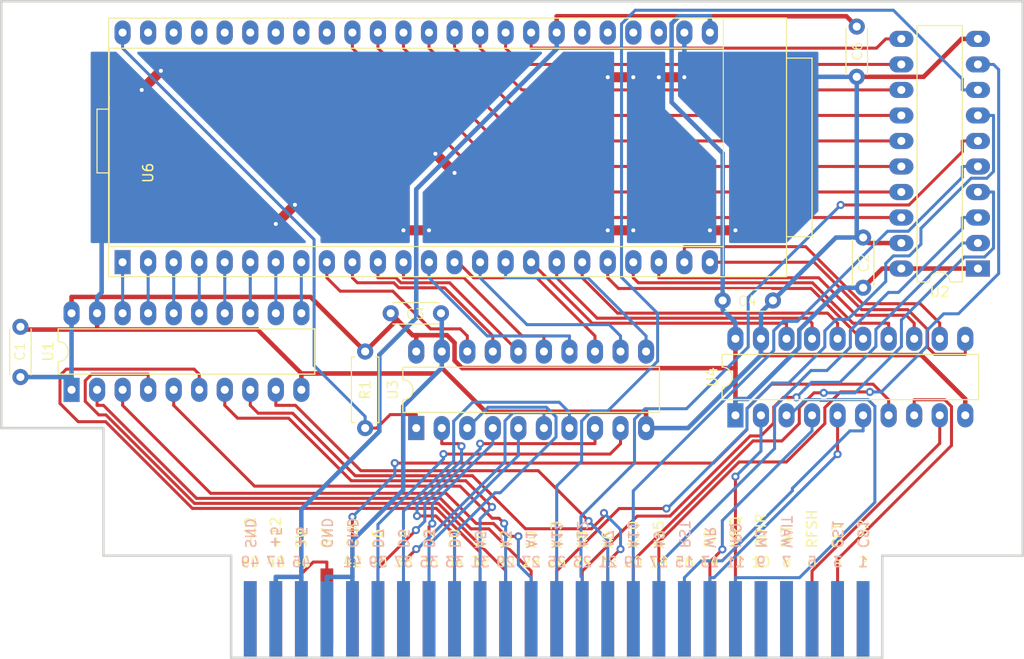
<source format=kicad_pcb>
(kicad_pcb (version 20211014) (generator pcbnew)
  (title_block (title "MSX-IDE 2021") (date "2021-08-05") (company "MSXmakers"))
  (layers (0 "F.Cu" signal "Top") (31 "B.Cu" signal "Bottom") (34 "B.Paste" user) (35 "F.Paste" user) (36 "B.SilkS" user "B.Silkscreen") (37 "F.SilkS" user "F.Silkscreen") (38 "B.Mask" user) (39 "F.Mask" user) (44 "Edge.Cuts" user))
  (net 0 "")
  (net 1 "+3.3V")
  (net 2 "GND")
  (net 3 "+5V")
  (net 4 "Net-(CON1-Pad44)")
  (net 7 "A0")
  (net 11 "MERQ")
  (net 12 "IORQ")
  (net 13 "RD")
  (net 14 "WR")
  (net 15 "RESET")
  (net 16 "CLOCK")
  (net 17 "D0")
  (net 18 "D1")
  (net 19 "D2")
  (net 20 "D3")
  (net 21 "D4")
  (net 22 "D5")
  (net 23 "D6")
  (net 24 "D7")
  (net 25 "A1")
  (net 26 "A2")
  (net 27 "A3")
  (net 28 "A4")
  (net 29 "A5")
  (net 30 "A6")
  (net 31 "A7")
  (net 32 "A9")
  (net 33 "A15")
  (net 34 "A11")
  (net 35 "A10")
  (net 36 "A12")
  (net 37 "A8")
  (net 38 "A14")
  (net 39 "A13")
  (net 40 "DATADIR_33")
  (net 41 "M1")
  (net 42 "RFSH")
  (net 43 "CS1")
  (net 44 "CS2")
  (net 45 "CS12")
  (net 46 "SLTSL")
  (net 47 "WAIT")
  (net 48 "INT")
  (net 49 "BUSDIR")
  (net 50 "A7_33")
  (net 51 "A6_33")
  (net 52 "A5_33")
  (net 53 "A4_33")
  (net 54 "A3_33")
  (net 55 "A2_33")
  (net 56 "A1_33")
  (net 57 "A0_33")
  (net 58 "A15_33")
  (net 59 "A14_33")
  (net 60 "A13_33")
  (net 61 "A12_33")
  (net 62 "A11_33")
  (net 63 "A10_33")
  (net 64 "A9_33")
  (net 65 "A8_33")
  (net 66 "RFSH_33")
  (net 67 "SLTSL_33")
  (net 68 "CLOCK_33")
  (net 69 "RESET_33")
  (net 70 "WR_33")
  (net 71 "RD_33")
  (net 72 "IORQ_33")
  (net 73 "MERQ_33")
  (net 86 "D7_33")
  (net 87 "D6_33")
  (net 88 "D5_33")
  (net 89 "D4_33")
  (net 90 "D3_33")
  (net 91 "D2_33")
  (net 92 "D1_33")
  (net 93 "D0_33")
  (footprint "Mis_huellas:C_Disc_D4.3mm_W1.9mm_P5.00mm" (layer "F.Cu") (at 141.605 80.685 -90)
    (fp_text reference "C6")
    (fp_text value "100n" hide)
  )
  (footprint "Mis_huellas:C_Disc_D4.3mm_W1.9mm_P5.00mm" (layer "F.Cu") (at 95.25 109.22)
    (fp_text reference "C3")
    (fp_text value "100n" hide)
  )
  (footprint "Mis_huellas:C_Disc_D4.3mm_W1.9mm_P5.00mm" (layer "F.Cu") (at 58.42 115.57 90)
    (fp_text reference "C1")
    (fp_text value "100n" hide)
  )
  (footprint "Package_DIP:DIP-20_W7.62mm_LongPads" (layer "F.Cu") (at 63.505 116.84 90)
    (fp_text reference "U1")
    (fp_text value "SN74LVC245AN")
  )
  (footprint "Mis_huellas:CARTRIDGE_MSX" (layer "F.Cu") (at 111.76 139.065)
    (fp_text reference "CON1" hide)
    (fp_text value "MSX-CONNECTOR" hide)
    (fp_line (start -45.085 -5.715) (end -45.085 -18.415) (layer "Edge.Cuts") (width 0.254))
    (fp_line (start -32.385 4.445) (end -32.385 -5.715) (layer "Edge.Cuts") (width 0.254))
    (fp_line (start 46.355 -60.9) (end 46.355 -5.715) (layer "Edge.Cuts") (width 0.254))
    (fp_line (start 32.385 4.445) (end -32.385 4.445) (layer "Edge.Cuts") (width 0.254))
    (fp_line (start 32.385 -5.715) (end 32.385 4.445) (layer "Edge.Cuts") (width 0.254))
    (fp_line (start -32.385 -5.715) (end -45.085 -5.715) (layer "Edge.Cuts") (width 0.254))
    (fp_line (start -45.085 -18.415) (end -55.245 -18.415) (layer "Edge.Cuts") (width 0.254))
    (fp_line (start -55.24 -60.9) (end 46.35 -60.9) (layer "Edge.Cuts") (width 0.254))
    (fp_line (start 46.355 -5.715) (end 32.385 -5.715) (layer "Edge.Cuts") (width 0.254))
    (fp_line (start -55.245 -18.415) (end -55.245 -60.9) (layer "Edge.Cuts") (width 0.254))
  )
  (footprint "Mis_huellas:Tang_Nano_9k" (layer "F.Cu") (at 68.58 104.14 90)
    (fp_text reference "U6")
    (fp_text value "Tang_Nano_9k")
  )
  (footprint "Package_DIP:DIP-20_W7.62mm_LongPads" (layer "F.Cu") (at 129.54 119.38 90)
    (fp_text reference "U4")
    (fp_text value "SN74LVC245AN")
  )
  (footprint "Mis_huellas:C_Disc_D4.3mm_W1.9mm_P5.00mm" (layer "F.Cu") (at 142.24 106.68 90)
    (fp_text reference "C2")
    (fp_text value "100n" hide)
  )
  (footprint "Resistor_THT:R_Axial_DIN0207_L6.3mm_D2.5mm_P7.62mm_Horizontal" (layer "F.Cu") (at 92.71 113.03 -90)
    (fp_text reference "R1")
    (fp_text value "10k")
  )
  (footprint "Mis_huellas:C_Disc_D4.3mm_W1.9mm_P5.00mm" (layer "F.Cu") (at 128.27 107.95)
    (fp_text reference "C4")
    (fp_text value "100n" hide)
  )
  (footprint "Package_DIP:DIP-20_W7.62mm_LongPads" (layer "F.Cu") (at 97.79 120.65 90)
    (fp_text reference "U3")
    (fp_text value "SN74LVC245AN")
  )
  (footprint "Package_DIP:DIP-20_W7.62mm_LongPads" (layer "F.Cu") (at 153.66 104.77 180)
    (fp_text reference "U2")
    (fp_text value "SN74LVC245AN")
  )
  (gr_text "1" (at 142.24 133.985) (layer "B.SilkS") (effects (font (size 1 1)) (justify mirror)))
  (gr_text "M1" (at 132.08 132.715 -90) (layer "B.SilkS") (effects (font (size 1 1)) (justify left mirror)))
  (gr_text "A5" (at 104.14 132.715 -90) (layer "B.SilkS") (effects (font (size 1 1)) (justify left mirror)))
  (gr_text "23" (at 114.3 133.985) (layer "B.SilkS") (effects (font (size 1 1)) (justify mirror)))
  (gr_text "D3" (at 99.06 132.715 -90) (layer "B.SilkS") (effects (font (size 1 1)) (justify left mirror)))
  (gr_text "+5" (at 83.82 132.715 -90) (layer "B.SilkS") (effects (font (size 1 1)) (justify left mirror)))
  (gr_text "9" (at 132.08 133.985) (layer "B.SilkS") (effects (font (size 1 1)) (justify mirror)))
  (gr_text "D5" (at 96.52 132.715 -90) (layer "B.SilkS") (effects (font (size 1 1)) (justify left mirror)))
  (gr_text "5" (at 137.16 133.985) (layer "B.SilkS") (effects (font (size 1 1)) (justify mirror)))
  (gr_text "SND" (at 81.28 132.715 -90) (layer "B.SilkS") (effects (font (size 1 1)) (justify left mirror)))
  (gr_text "A9" (at 121.92 132.715 -90) (layer "B.SilkS") (effects (font (size 1 1)) (justify left mirror)))
  (gr_text "RST" (at 124.46 132.715 -90) (layer "B.SilkS") (effects (font (size 1 1)) (justify left mirror)))
  (gr_text "CS12" (at 139.7 132.715 -90) (layer "B.SilkS") (effects (font (size 1 1)) (justify left mirror)))
  (gr_text "D1" (at 101.6 132.715 -90) (layer "B.SilkS") (effects (font (size 1 1)) (justify left mirror)))
  (gr_text "21" (at 116.84 133.985) (layer "B.SilkS") (effects (font (size 1 1)) (justify mirror)))
  (gr_text "41" (at 91.44 133.985) (layer "B.SilkS") (effects (font (size 1 1)) (justify mirror)))
  (gr_text "39" (at 93.98 133.985) (layer "B.SilkS") (effects (font (size 1 1)) (justify mirror)))
  (gr_text "WR" (at 127 132.715 -90) (layer "B.SilkS") (effects (font (size 1 1)) (justify left mirror)))
  (gr_text "3" (at 139.7 133.985) (layer "B.SilkS") (effects (font (size 1 1)) (justify mirror)))
  (gr_text "15" (at 124.46 133.985) (layer "B.SilkS") (effects (font (size 1 1)) (justify mirror)))
  (gr_text "25" (at 111.76 133.985) (layer "B.SilkS") (effects (font (size 1 1)) (justify mirror)))
  (gr_text "A3" (at 106.68 132.715 -90) (layer "B.SilkS") (effects (font (size 1 1)) (justify left mirror)))
  (gr_text "13" (at 127 133.985) (layer "B.SilkS") (effects (font (size 1 1)) (justify mirror)))
  (gr_text "GND" (at 88.9 132.715 -90) (layer "B.SilkS") (effects (font (size 1 1)) (justify left mirror)))
  (gr_text "CS1" (at 142.24 132.715 -90) (layer "B.SilkS") (effects (font (size 1 1)) (justify left mirror)))
  (gr_text "A7" (at 116.84 132.715 -90) (layer "B.SilkS") (effects (font (size 1 1)) (justify left mirror)))
  (gr_text "45" (at 86.36 133.985) (layer "B.SilkS") (effects (font (size 1 1)) (justify mirror)))
  (gr_text "7" (at 134.62 133.985) (layer "B.SilkS") (effects (font (size 1 1)) (justify mirror)))
  (gr_text "IRQ" (at 129.54 132.715 -90) (layer "B.SilkS") (effects (font (size 1 1)) (justify left mirror)))
  (gr_text "31" (at 104.14 133.985) (layer "B.SilkS") (effects (font (size 1 1)) (justify mirror)))
  (gr_text "A14" (at 111.76 132.715 -90) (layer "B.SilkS") (effects (font (size 1 1)) (justify left mirror)))
  (gr_text "A12" (at 114.3 132.715 -90) (layer "B.SilkS") (effects (font (size 1 1)) (justify left mirror)))
  (gr_text "A1" (at 109.22 132.715 -90) (layer "B.SilkS") (effects (font (size 1 1)) (justify left mirror)))
  (gr_text "GND" (at 91.44 132.715 -90) (layer "B.SilkS") (effects (font (size 1 1)) (justify left mirror)))
  (gr_text "33" (at 101.6 133.985) (layer "B.SilkS") (effects (font (size 1 1)) (justify mirror)))
  (gr_text "35" (at 99.06 133.985) (layer "B.SilkS") (effects (font (size 1 1)) (justify mirror)))
  (gr_text "37" (at 96.52 133.985) (layer "B.SilkS") (effects (font (size 1 1)) (justify mirror)))
  (gr_text "A11" (at 119.38 132.715 -90) (layer "B.SilkS") (effects (font (size 1 1)) (justify left mirror)))
  (gr_text "WAIT" (at 134.62 132.715 -90) (layer "B.SilkS") (effects (font (size 1 1)) (justify left mirror)))
  (gr_text "11" (at 129.54 133.985) (layer "B.SilkS") (effects (font (size 1 1)) (justify mirror)))
  (gr_text "47" (at 83.82 133.985) (layer "B.SilkS") (effects (font (size 1 1)) (justify mirror)))
  (gr_text "17" (at 121.92 133.985) (layer "B.SilkS") (effects (font (size 1 1)) (justify mirror)))
  (gr_text "19" (at 119.38 133.985) (layer "B.SilkS") (effects (font (size 1 1)) (justify mirror)))
  (gr_text "+5" (at 86.36 132.715 -90) (layer "B.SilkS") (effects (font (size 1 1)) (justify left mirror)))
  (gr_text "49" (at 81.28 133.985) (layer "B.SilkS") (effects (font (size 1 1)) (justify mirror)))
  (gr_text "27" (at 109.22 133.985) (layer "B.SilkS") (effects (font (size 1 1)) (justify mirror)))
  (gr_text "29" (at 106.68 133.985) (layer "B.SilkS") (effects (font (size 1 1)) (justify mirror)))
  (gr_text "D7" (at 93.98 132.715 -90) (layer "B.SilkS") (effects (font (size 1 1)) (justify left mirror)))
  (gr_text "20" (at 119.38 133.985) (layer "F.SilkS") (effects (font (size 1 1))))
  (gr_text "+12" (at 83.82 132.715 90) (layer "F.SilkS") (effects (font (size 1 1)) (justify left)))
  (gr_text "12" (at 129.54 133.985) (layer "F.SilkS") (effects (font (size 1 1))))
  (gr_text "14" (at 127 133.985) (layer "F.SilkS") (effects (font (size 1 1))))
  (gr_text "42" (at 91.44 133.985) (layer "F.SilkS") (effects (font (size 1 1))))
  (gr_text "SW" (at 86.36 132.715 90) (layer "F.SilkS") (effects (font (size 1 1)) (justify left)))
  (gr_text "22" (at 116.84 133.985) (layer "F.SilkS") (effects (font (size 1 1))))
  (gr_text "A8" (at 114.3 132.715 90) (layer "F.SilkS") (effects (font (size 1 1)) (justify left)))
  (gr_text "A15" (at 121.92 132.715 90) (layer "F.SilkS") (effects (font (size 1 1)) (justify left)))
  (gr_text "-12" (at 81.28 132.715 90) (layer "F.SilkS") (effects (font (size 1 1)) (justify left)))
  (gr_text "38" (at 96.52 133.985) (layer "F.SilkS") (effects (font (size 1 1))))
  (gr_text "CS2" (at 142.24 132.715 90) (layer "F.SilkS") (effects (font (size 1 1)) (justify left)))
  (gr_text "30" (at 106.68 133.985) (layer "F.SilkS") (effects (font (size 1 1))))
  (gr_text "D4" (at 96.52 132.715 90) (layer "F.SilkS") (effects (font (size 1 1)) (justify left)))
  (gr_text "CLK" (at 91.44 132.715 90) (layer "F.SilkS") (effects (font (size 1 1)) (justify left)))
  (gr_text "A10" (at 119.38 132.715 90) (layer "F.SilkS") (effects (font (size 1 1)) (justify left)))
  (gr_text "24" (at 114.3 133.985) (layer "F.SilkS") (effects (font (size 1 1))))
  (gr_text "48" (at 83.82 133.985) (layer "F.SilkS") (effects (font (size 1 1))))
  (gr_text "46" (at 86.36 133.985) (layer "F.SilkS") (effects (font (size 1 1))))
  (gr_text "8" (at 134.62 133.985) (layer "F.SilkS") (effects (font (size 1 1))))
  (gr_text "34" (at 101.6 133.985) (layer "F.SilkS") (effects (font (size 1 1))))
  (gr_text "BDIR" (at 132.08 132.715 90) (layer "F.SilkS") (effects (font (size 1 1)) (justify left)))
  (gr_text "28" (at 109.22 133.985) (layer "F.SilkS") (effects (font (size 1 1))))
  (gr_text "50" (at 81.28 133.985) (layer "F.SilkS") (effects (font (size 1 1))))
  (gr_text "36" (at 99.06 133.985) (layer "F.SilkS") (effects (font (size 1 1))))
  (gr_text "D2" (at 99.06 132.715 90) (layer "F.SilkS") (effects (font (size 1 1)) (justify left)))
  (gr_text "A13" (at 111.76 132.715 90) (layer "F.SilkS") (effects (font (size 1 1)) (justify left)))
  (gr_text "A0" (at 109.22 132.715 90) (layer "F.SilkS") (effects (font (size 1 1)) (justify left)))
  (gr_text "A6" (at 116.84 132.715 90) (layer "F.SilkS") (effects (font (size 1 1)) (justify left)))
  (gr_text "18" (at 121.92 133.985) (layer "F.SilkS") (effects (font (size 1 1))))
  (gr_text "2" (at 142.24 133.985) (layer "F.SilkS") (effects (font (size 1 1))))
  (gr_text "RD" (at 127 132.715 90) (layer "F.SilkS") (effects (font (size 1 1)) (justify left)))
  (gr_text "26" (at 111.76 133.985) (layer "F.SilkS") (effects (font (size 1 1))))
  (gr_text "4" (at 139.7 133.985) (layer "F.SilkS") (effects (font (size 1 1))))
  (gr_text "40" (at 93.98 133.985) (layer "F.SilkS") (effects (font (size 1 1))))
  (gr_text "INT" (at 134.62 132.715 90) (layer "F.SilkS") (effects (font (size 1 1)) (justify left)))
  (gr_text "32" (at 104.14 133.985) (layer "F.SilkS") (effects (font (size 1 1))))
  (gr_text "SW" (at 88.9 132.715 90) (layer "F.SilkS") (effects (font (size 1 1)) (justify left)))
  (gr_text "D6" (at 93.98 132.715 90) (layer "F.SilkS") (effects (font (size 1 1)) (justify left)))
  (gr_text "RFSH" (at 137.16 132.715 90) (layer "F.SilkS") (effects (font (size 1 1)) (justify left)))
  (gr_text "6" (at 137.16 133.985) (layer "F.SilkS") (effects (font (size 1 1))))
  (gr_text "A4" (at 104.14 132.715 90) (layer "F.SilkS") (effects (font (size 1 1)) (justify left)))
  (gr_text "A2" (at 106.68 132.715 90) (layer "F.SilkS") (effects (font (size 1 1)) (justify left)))
  (gr_text "16" (at 124.46 133.985) (layer "F.SilkS") (effects (font (size 1 1))))
  (gr_text "SLTSL" (at 139.7 132.715 90) (layer "F.SilkS") (effects (font (size 1 1)) (justify left)))
  (gr_text "10" (at 132.08 133.985) (layer "F.SilkS") (effects (font (size 1 1))))
  (gr_text "D0" (at 101.6 132.715 90) (layer "F.SilkS") (effects (font (size 1 1)) (justify left)))
  (gr_text "MRQ" (at 129.54 132.715 90) (layer "F.SilkS") (effects (font (size 1 1)) (justify left)))
  (segment (start 102.358 114.685) (end 101.6 113.927) (width 0.45) (layer "F.Cu") (net 1))
  (segment (start 95.885 109.855) (end 92.71 113.03) (width 0.45) (layer "F.Cu") (net 1))
  (segment (start 97.79 113.03) (end 97.79 111.405) (width 0.45) (layer "F.Cu") (net 1))
  (segment (start 101.6 112.154) (end 100.851 111.405) (width 0.45) (layer "F.Cu") (net 1))
  (segment (start 97.79 111.405) (end 97.4349 111.405) (width 0.45) (layer "F.Cu") (net 1))
  (segment (start 144.15 104.77) (end 142.24 106.68) (width 0.45) (layer "F.Cu") (net 1))
  (segment (start 87.2749 107.595) (end 63.505 107.595) (width 0.45) (layer "F.Cu") (net 1))
  (segment (start 129.54 114.685) (end 129.54 111.76) (width 0.45) (layer "F.Cu") (net 1))
  (segment (start 146.04 104.77) (end 144.15 104.77) (width 0.45) (layer "F.Cu") (net 1))
  (segment (start 101.6 113.927) (end 101.6 112.154) (width 0.45) (layer "F.Cu") (net 1))
  (segment (start 95.885 109.855) (end 95.25 109.22) (width 0.45) (layer "F.Cu") (net 1))
  (segment (start 63.505 107.595) (end 63.505 109.22) (width 0.45) (layer "F.Cu") (net 1))
  (segment (start 153.66 104.77) (end 146.04 104.77) (width 0.45) (layer "F.Cu") (net 1))
  (segment (start 97.4349 111.405) (end 95.885 109.855) (width 0.45) (layer "F.Cu") (net 1))
  (segment (start 100.851 111.405) (end 97.79 111.405) (width 0.45) (layer "F.Cu") (net 1))
  (segment (start 92.71 113.03) (end 87.2749 107.595) (width 0.45) (layer "F.Cu") (net 1))
  (segment (start 129.54 114.685) (end 102.358 114.685) (width 0.45) (layer "F.Cu") (net 1))
  (segment (start 129.54 119.38) (end 129.54 114.685) (width 0.45) (layer "F.Cu") (net 1))
  (segment (start 129.54 111.76) (end 129.54 110.135) (width 0.45) (layer "B.Cu") (net 1))
  (segment (start 130.765 117.755) (end 129.54 117.755) (width 0.45) (layer "B.Cu") (net 1))
  (segment (start 142.24 106.68) (end 140.083 106.68) (width 0.45) (layer "B.Cu") (net 1))
  (segment (start 63.505 109.22) (end 63.505 115.57) (width 0.45) (layer "B.Cu") (net 1))
  (segment (start 123.918 79.6549) (end 127 79.6549) (width 0.45) (layer "B.Cu") (net 1))
  (segment (start 128.27 108.865) (end 128.27 107.95) (width 0.45) (layer "B.Cu") (net 1))
  (segment (start 129.54 117.755) (end 129.54 119.38) (width 0.45) (layer "B.Cu") (net 1))
  (segment (start 129.54 110.135) (end 128.27 108.865) (width 0.45) (layer "B.Cu") (net 1))
  (segment (start 128.27 93.2965) (end 123.19 88.2165) (width 0.45) (layer "B.Cu") (net 1))
  (segment (start 63.505 115.57) (end 58.42 115.57) (width 0.45) (layer "B.Cu") (net 1))
  (segment (start 135.89 110.873) (end 135.89 112.63) (width 0.45) (layer "B.Cu") (net 1))
  (segment (start 127 79.6549) (end 127 81.28) (width 0.45) (layer "B.Cu") (net 1))
  (segment (start 128.27 107.95) (end 128.27 93.2965) (width 0.45) (layer "B.Cu") (net 1))
  (segment (start 123.19 88.2165) (end 123.19 80.3833) (width 0.45) (layer "B.Cu") (net 1))
  (segment (start 63.505 115.57) (end 63.505 116.84) (width 0.45) (layer "B.Cu") (net 1))
  (segment (start 123.19 80.3833) (end 123.918 79.6549) (width 0.45) (layer "B.Cu") (net 1))
  (segment (start 140.083 106.68) (end 135.89 110.873) (width 0.45) (layer "B.Cu") (net 1))
  (segment (start 135.89 112.63) (end 130.765 117.755) (width 0.45) (layer "B.Cu") (net 1))
  (segment (start 96.52 100.965) (end 99.06 100.965) (width 1) (layer "F.Cu") (net 2))
  (segment (start 121.92 85.725) (end 124.46 85.725) (width 1) (layer "F.Cu") (net 2))
  (segment (start 142.79 102.23) (end 142.24 101.68) (width 0.45) (layer "F.Cu") (net 2))
  (segment (start 100.33 114.655) (end 99.7702 115.215) (width 0.45) (layer "F.Cu") (net 2))
  (segment (start 81.9953 110.845) (end 86.365 115.215) (width 0.45) (layer "F.Cu") (net 2))
  (segment (start 99.695 93.345) (end 101.6 95.25) (width 1) (layer "F.Cu") (net 2))
  (segment (start 86.365 116.84) (end 86.365 115.215) (width 0.45) (layer "F.Cu") (net 2))
  (segment (start 66.045 109.22) (end 66.045 110.845) (width 0.45) (layer "F.Cu") (net 2))
  (segment (start 120.65 119.025) (end 104.7 119.025) (width 0.45) (layer "F.Cu") (net 2))
  (segment (start 119.38 85.725) (end 116.84 85.725) (width 1) (layer "F.Cu") (net 2))
  (segment (start 152.4 119.38) (end 152.4 117.755) (width 0.45) (layer "F.Cu") (net 2))
  (segment (start 127 100.965) (end 129.54 100.965) (width 1) (layer "F.Cu") (net 2))
  (segment (start 116.84 100.965) (end 119.38 100.965) (width 1) (layer "F.Cu") (net 2))
  (segment (start 83.82 100.33) (end 85.725 98.425) (width 1) (layer "F.Cu") (net 2))
  (segment (start 70.485 86.995) (end 72.39 85.09) (width 1) (layer "F.Cu") (net 2))
  (segment (start 148.26 85.685) (end 152.035 81.91) (width 0.45) (layer "F.Cu") (net 2))
  (segment (start 58.6951 110.845) (end 58.42 110.57) (width 0.45) (layer "F.Cu") (net 2))
  (segment (start 152.4 117.755) (end 148.03 113.385) (width 0.45) (layer "F.Cu") (net 2))
  (segment (start 99.7702 115.215) (end 86.365 115.215) (width 0.45) (layer "F.Cu") (net 2))
  (segment (start 66.045 110.845) (end 58.6951 110.845) (width 0.45) (layer "F.Cu") (net 2))
  (segment (start 132.08 113.385) (end 132.08 111.76) (width 0.45) (layer "F.Cu") (net 2))
  (segment (start 152.035 81.91) (end 153.66 81.91) (width 0.45) (layer "F.Cu") (net 2))
  (segment (start 104.7 119.025) (end 100.33 114.655) (width 0.45) (layer "F.Cu") (net 2))
  (segment (start 146.04 102.23) (end 142.79 102.23) (width 0.45) (layer "F.Cu") (net 2))
  (segment (start 120.65 120.65) (end 120.65 119.025) (width 0.45) (layer "F.Cu") (net 2))
  (segment (start 148.03 113.385) (end 132.08 113.385) (width 0.45) (layer "F.Cu") (net 2))
  (segment (start 141.605 85.685) (end 148.26 85.685) (width 0.45) (layer "F.Cu") (net 2))
  (segment (start 66.045 110.845) (end 81.9953 110.845) (width 0.45) (layer "F.Cu") (net 2))
  (segment (start 100.33 113.03) (end 100.33 114.655) (width 0.45) (layer "F.Cu") (net 2))
  (via (at 99.06 100.965) (size 0.8) (drill 0.4) (layers "F.Cu" "B.Cu") (net 2))
  (via (at 119.38 100.965) (size 0.8) (drill 0.4) (layers "F.Cu" "B.Cu") (net 2))
  (via (at 85.725 98.425) (size 0.8) (drill 0.4) (layers "F.Cu" "B.Cu") (net 2))
  (via (at 116.84 85.725) (size 0.8) (drill 0.4) (layers "F.Cu" "B.Cu") (net 2))
  (via (at 99.695 93.345) (size 0.8) (drill 0.4) (layers "F.Cu" "B.Cu") (net 2))
  (via (at 70.485 86.995) (size 0.8) (drill 0.4) (layers "F.Cu" "B.Cu") (net 2))
  (via (at 96.52 100.965) (size 0.8) (drill 0.4) (layers "F.Cu" "B.Cu") (net 2))
  (via (at 127 100.965) (size 0.8) (drill 0.4) (layers "F.Cu" "B.Cu") (net 2))
  (via (at 119.38 85.725) (size 0.8) (drill 0.4) (layers "F.Cu" "B.Cu") (net 2))
  (via (at 101.6 95.25) (size 0.8) (drill 0.4) (layers "F.Cu" "B.Cu") (net 2))
  (via (at 121.92 85.725) (size 0.8) (drill 0.4) (layers "F.Cu" "B.Cu") (net 2))
  (via (at 124.46 85.725) (size 0.8) (drill 0.4) (layers "F.Cu" "B.Cu") (net 2))
  (via (at 83.82 100.33) (size 0.8) (drill 0.4) (layers "F.Cu" "B.Cu") (net 2))
  (via (at 72.39 85.09) (size 0.8) (drill 0.4) (layers "F.Cu" "B.Cu") (net 2))
  (via (at 129.54 100.965) (size 0.8) (drill 0.4) (layers "F.Cu" "B.Cu") (net 2))
  (via (at 116.84 100.965) (size 0.8) (drill 0.4) (layers "F.Cu" "B.Cu") (net 2))
  (segment (start 88.9 135.465) (end 91.44 135.465) (width 0.45) (layer "B.Cu") (net 2))
  (segment (start 96.4939 126.807) (end 91.44 131.861) (width 0.45) (layer "B.Cu") (net 2))
  (segment (start 100.25 109.22) (end 100.33 109.3) (width 0.45) (layer "B.Cu") (net 2))
  (segment (start 66.045 109.22) (end 66.045 107.595) (width 0.45) (layer "B.Cu") (net 2))
  (segment (start 96.4939 118.491) (end 96.4939 126.807) (width 0.45) (layer "B.Cu") (net 2))
  (segment (start 132.08 113.385) (end 124.815 120.65) (width 0.45) (layer "B.Cu") (net 2))
  (segment (start 139.54 101.68) (end 133.27 107.95) (width 0.45) (layer "B.Cu") (net 2))
  (segment (start 133.27 107.95) (end 132.08 109.14) (width 0.45) (layer "B.Cu") (net 2))
  (segment (start 66.4998 107.14) (end 66.4998 99.9214) (width 0.45) (layer "B.Cu") (net 2))
  (segment (start 91.44 131.861) (end 91.44 135.465) (width 0.45) (layer "B.Cu") (net 2))
  (segment (start 124.46 84.9948) (end 124.46 81.28) (width 0.45) (layer "B.Cu") (net 2))
  (segment (start 141.605 101.68) (end 141.605 85.685) (width 0.45) (layer "B.Cu") (net 2))
  (segment (start 136.565 85.685) (end 136.525 85.725) (width 0.45) (layer "B.Cu") (net 2))
  (segment (start 66.045 107.595) (end 66.4998 107.14) (width 0.45) (layer "B.Cu") (net 2))
  (segment (start 100.33 113.03) (end 100.33 114.655) (width 0.45) (layer "B.Cu") (net 2))
  (segment (start 124.815 120.65) (end 120.65 120.65) (width 0.45) (layer "B.Cu") (net 2))
  (segment (start 91.44 139.7) (end 91.44 135.465) (width 0.45) (layer "B.Cu") (net 2))
  (segment (start 132.08 109.14) (end 132.08 111.76) (width 0.45) (layer "B.Cu") (net 2))
  (segment (start 132.08 111.76) (end 132.08 113.385) (width 0.45) (layer "B.Cu") (net 2))
  (segment (start 141.605 85.685) (end 136.565 85.685) (width 0.45) (layer "B.Cu") (net 2))
  (segment (start 100.33 109.3) (end 100.33 113.03) (width 0.45) (layer "B.Cu") (net 2))
  (segment (start 142.24 101.68) (end 141.605 101.68) (width 0.45) (layer "B.Cu") (net 2))
  (segment (start 141.605 101.68) (end 139.54 101.68) (width 0.45) (layer "B.Cu") (net 2))
  (segment (start 88.9 139.7) (end 88.9 135.465) (width 0.45) (layer "B.Cu") (net 2))
  (segment (start 100.33 114.655) (end 96.4939 118.491) (width 0.45) (layer "B.Cu") (net 2))
  (segment (start 111.76 79.6549) (end 140.575 79.6549) (width 0.45) (layer "F.Cu") (net 3))
  (segment (start 111.76 81.28) (end 111.76 79.6549) (width 0.45) (layer "F.Cu") (net 3))
  (segment (start 140.575 79.6549) (end 141.605 80.685) (width 0.45) (layer "F.Cu") (net 3))
  (segment (start 86.36 139.7) (end 86.36 135.465) (width 0.45) (layer "B.Cu") (net 3))
  (segment (start 83.82 135.465) (end 86.36 135.465) (width 0.45) (layer "B.Cu") (net 3))
  (segment (start 97.7901 109.683) (end 94.1211 113.352) (width 0.45) (layer "B.Cu") (net 3))
  (segment (start 111.76 82.9051) (end 97.7901 96.875) (width 0.45) (layer "B.Cu") (net 3))
  (segment (start 97.7901 96.875) (end 97.7901 109.683) (width 0.45) (layer "B.Cu") (net 3))
  (segment (start 94.1211 120.981) (end 86.36 128.742) (width 0.45) (layer "B.Cu") (net 3))
  (segment (start 83.82 139.7) (end 83.82 135.465) (width 0.45) (layer "B.Cu") (net 3))
  (segment (start 86.36 128.742) (end 86.36 135.465) (width 0.45) (layer "B.Cu") (net 3))
  (segment (start 111.76 81.28) (end 111.76 82.9051) (width 0.45) (layer "B.Cu") (net 3))
  (segment (start 94.1211 113.352) (end 94.1211 120.981) (width 0.45) (layer "B.Cu") (net 3))
  (segment (start 87.5449 133.985) (end 88.9 133.985) (width 0.3) (layer "F.Cu") (net 4))
  (segment (start 88.9 133.985) (end 88.9 138.43) (width 0.3) (layer "F.Cu") (net 4))
  (segment (start 86.36 135.17) (end 87.5449 133.985) (width 0.3) (layer "F.Cu") (net 4))
  (segment (start 86.36 139.7) (end 86.36 135.17) (width 0.3) (layer "F.Cu") (net 4))
  (segment (start 109.22 134.885) (end 105.016 130.68) (width 0.3) (layer "F.Cu") (net 7))
  (segment (start 100.192 127.646) (end 75.9398 127.646) (width 0.3) (layer "F.Cu") (net 7))
  (segment (start 75.9398 127.646) (end 66.6844 118.39) (width 0.3) (layer "F.Cu") (net 7))
  (segment (start 105.016 130.68) (end 103.227 130.68) (width 0.3) (layer "F.Cu") (net 7))
  (segment (start 103.227 130.68) (end 100.192 127.646) (width 0.3) (layer "F.Cu") (net 7))
  (segment (start 66.045 118.39) (end 66.045 116.84) (width 0.3) (layer "F.Cu") (net 7))
  (segment (start 109.22 139.7) (end 109.22 134.885) (width 0.3) (layer "F.Cu") (net 7))
  (segment (start 66.6844 118.39) (end 66.045 118.39) (width 0.3) (layer "F.Cu") (net 7))
  (segment (start 129.54 139.7) (end 129.54 125.48) (width 0.3) (layer "F.Cu") (net 11))
  (via (at 129.54 125.48) (size 0.8) (drill 0.4) (layers "F.Cu" "B.Cu") (net 11))
  (segment (start 132.08 122.94) (end 129.54 125.48) (width 0.3) (layer "B.Cu") (net 11))
  (segment (start 132.08 119.38) (end 132.08 122.94) (width 0.3) (layer "B.Cu") (net 11))
  (segment (start 135.912 135.54) (end 143.409 128.043) (width 0.3) (layer "B.Cu") (net 12))
  (segment (start 138.013 117.893) (end 137.936 117.816) (width 0.3) (layer "B.Cu") (net 12))
  (segment (start 137.936 117.816) (end 136.498 117.816) (width 0.3) (layer "B.Cu") (net 12))
  (segment (start 138.712 117.816) (end 138.635 117.893) (width 0.3) (layer "B.Cu") (net 12))
  (segment (start 129.54 139.7) (end 129.54 135.54) (width 0.3) (layer "B.Cu") (net 12))
  (segment (start 143.409 128.043) (end 143.409 118.491) (width 0.3) (layer "B.Cu") (net 12))
  (segment (start 138.635 117.893) (end 138.013 117.893) (width 0.3) (layer "B.Cu") (net 12))
  (segment (start 129.54 135.54) (end 135.912 135.54) (width 0.3) (layer "B.Cu") (net 12))
  (segment (start 136.498 117.816) (end 134.934 119.38) (width 0.3) (layer "B.Cu") (net 12))
  (segment (start 134.934 119.38) (end 134.62 119.38) (width 0.3) (layer "B.Cu") (net 12))
  (segment (start 142.734 117.816) (end 138.712 117.816) (width 0.3) (layer "B.Cu") (net 12))
  (segment (start 143.409 118.491) (end 142.734 117.816) (width 0.3) (layer "B.Cu") (net 12))
  (segment (start 128.237 132.729) (end 127 133.967) (width 0.3) (layer "F.Cu") (net 13))
  (segment (start 127 133.967) (end 127 139.7) (width 0.3) (layer "F.Cu") (net 13))
  (via (at 128.237 132.729) (size 0.8) (drill 0.4) (layers "F.Cu" "B.Cu") (net 13))
  (segment (start 137.16 120.93) (end 128.237 129.853) (width 0.3) (layer "B.Cu") (net 13))
  (segment (start 137.16 119.38) (end 137.16 120.93) (width 0.3) (layer "B.Cu") (net 13))
  (segment (start 128.237 129.853) (end 128.237 132.729) (width 0.3) (layer "B.Cu") (net 13))
  (segment (start 139.7 119.38) (end 139.7 123.252) (width 0.3) (layer "F.Cu") (net 14))
  (via (at 139.7 123.252) (size 0.8) (drill 0.4) (layers "F.Cu" "B.Cu") (net 14))
  (segment (start 127 135.54) (end 127.412 135.54) (width 0.3) (layer "B.Cu") (net 14))
  (segment (start 127 139.7) (end 127 135.54) (width 0.3) (layer "B.Cu") (net 14))
  (segment (start 127.412 135.54) (end 139.7 123.252) (width 0.3) (layer "B.Cu") (net 14))
  (segment (start 135.204 126.885) (end 128.222 133.866) (width 0.3) (layer "B.Cu") (net 15))
  (segment (start 142.24 120.93) (end 140.924 120.93) (width 0.3) (layer "B.Cu") (net 15))
  (segment (start 126.134 133.866) (end 124.46 135.54) (width 0.3) (layer "B.Cu") (net 15))
  (segment (start 140.924 120.93) (end 135.204 126.65) (width 0.3) (layer "B.Cu") (net 15))
  (segment (start 135.204 126.65) (end 135.204 126.885) (width 0.3) (layer "B.Cu") (net 15))
  (segment (start 128.222 133.866) (end 126.134 133.866) (width 0.3) (layer "B.Cu") (net 15))
  (segment (start 124.46 135.54) (end 124.46 139.7) (width 0.3) (layer "B.Cu") (net 15))
  (segment (start 142.24 119.38) (end 142.24 120.93) (width 0.3) (layer "B.Cu") (net 15))
  (segment (start 127.348 124.135) (end 95.6561 124.135) (width 0.3) (layer "F.Cu") (net 16))
  (segment (start 130.69 118.716) (end 130.69 120.793) (width 0.3) (layer "F.Cu") (net 16))
  (segment (start 144.78 117.83) (end 143.226 116.276) (width 0.3) (layer "F.Cu") (net 16))
  (segment (start 143.226 116.276) (end 133.13 116.276) (width 0.3) (layer "F.Cu") (net 16))
  (segment (start 91.44 129.491) (end 91.44 139.7) (width 0.3) (layer "F.Cu") (net 16))
  (segment (start 130.69 120.793) (end 127.348 124.135) (width 0.3) (layer "F.Cu") (net 16))
  (segment (start 144.78 119.38) (end 144.78 117.83) (width 0.3) (layer "F.Cu") (net 16))
  (segment (start 133.13 116.276) (end 130.69 118.716) (width 0.3) (layer "F.Cu") (net 16))
  (via (at 95.6561 124.135) (size 0.8) (drill 0.4) (layers "F.Cu" "B.Cu") (net 16))
  (via (at 91.44 129.491) (size 0.8) (drill 0.4) (layers "F.Cu" "B.Cu") (net 16))
  (segment (start 95.6561 125.275) (end 95.6561 124.135) (width 0.3) (layer "B.Cu") (net 16))
  (segment (start 91.44 129.491) (end 95.6561 125.275) (width 0.3) (layer "B.Cu") (net 16))
  (segment (start 100.33 122.2) (end 102.036 122.2) (width 0.3) (layer "F.Cu") (net 17))
  (segment (start 102.036 122.2) (end 102.295 122.458) (width 0.3) (layer "F.Cu") (net 17))
  (segment (start 100.33 120.65) (end 100.33 122.2) (width 0.3) (layer "F.Cu") (net 17))
  (segment (start 99.7461 129.396) (end 97.868 129.396) (width 0.3) (layer "F.Cu") (net 17))
  (segment (start 101.6 131.25) (end 99.7461 129.396) (width 0.3) (layer "F.Cu") (net 17))
  (segment (start 101.6 139.7) (end 101.6 131.25) (width 0.3) (layer "F.Cu") (net 17))
  (via (at 102.295 122.458) (size 0.8) (drill 0.4) (layers "F.Cu" "B.Cu") (net 17))
  (via (at 97.868 129.396) (size 0.8) (drill 0.4) (layers "F.Cu" "B.Cu") (net 17))
  (segment (start 102.295 122.458) (end 102.295 123.852) (width 0.3) (layer "B.Cu") (net 17))
  (segment (start 102.295 123.852) (end 97.868 128.279) (width 0.3) (layer "B.Cu") (net 17))
  (segment (start 97.868 128.279) (end 97.868 129.396) (width 0.3) (layer "B.Cu") (net 17))
  (segment (start 106.153 127.088) (end 111.696 121.544) (width 0.3) (layer "B.Cu") (net 18))
  (segment (start 101.6 131.112) (end 105.624 127.088) (width 0.3) (layer "B.Cu") (net 18))
  (segment (start 111.696 119.534) (end 110.74 118.578) (width 0.3) (layer "B.Cu") (net 18))
  (segment (start 104.942 118.578) (end 102.87 120.65) (width 0.3) (layer "B.Cu") (net 18))
  (segment (start 110.74 118.578) (end 104.942 118.578) (width 0.3) (layer "B.Cu") (net 18))
  (segment (start 111.696 121.544) (end 111.696 119.534) (width 0.3) (layer "B.Cu") (net 18))
  (segment (start 101.6 139.7) (end 101.6 131.112) (width 0.3) (layer "B.Cu") (net 18))
  (segment (start 105.624 127.088) (end 106.153 127.088) (width 0.3) (layer "B.Cu") (net 18))
  (segment (start 99.06 139.7) (end 99.06 130.482) (width 0.3) (layer "F.Cu") (net 19))
  (segment (start 99.06 130.482) (end 99.3883 130.154) (width 0.3) (layer "F.Cu") (net 19))
  (via (at 99.3883 130.154) (size 0.8) (drill 0.4) (layers "F.Cu" "B.Cu") (net 19))
  (segment (start 99.3883 128.222) (end 105.41 122.2) (width 0.3) (layer "B.Cu") (net 19))
  (segment (start 99.3883 130.154) (end 99.3883 128.222) (width 0.3) (layer "B.Cu") (net 19))
  (segment (start 105.41 122.2) (end 105.41 120.65) (width 0.3) (layer "B.Cu") (net 19))
  (segment (start 99.06 139.7) (end 99.06 132.263) (width 0.3) (layer "B.Cu") (net 20))
  (segment (start 107.95 123.373) (end 107.95 120.65) (width 0.3) (layer "B.Cu") (net 20))
  (segment (start 99.06 132.263) (end 107.95 123.373) (width 0.3) (layer "B.Cu") (net 20))
  (segment (start 96.52 133.967) (end 96.52 139.7) (width 0.3) (layer "F.Cu") (net 21))
  (segment (start 97.79 132.697) (end 96.52 133.967) (width 0.3) (layer "F.Cu") (net 21))
  (via (at 97.79 132.697) (size 0.8) (drill 0.4) (layers "F.Cu" "B.Cu") (net 21))
  (segment (start 106.619 123.991) (end 97.9129 132.697) (width 0.3) (layer "B.Cu") (net 21))
  (segment (start 97.9129 132.697) (end 97.79 132.697) (width 0.3) (layer "B.Cu") (net 21))
  (segment (start 107.44 119.1) (end 106.619 119.922) (width 0.3) (layer "B.Cu") (net 21))
  (segment (start 106.619 119.922) (end 106.619 123.991) (width 0.3) (layer "B.Cu") (net 21))
  (segment (start 110.49 119.1) (end 107.44 119.1) (width 0.3) (layer "B.Cu") (net 21))
  (segment (start 110.49 120.65) (end 110.49 119.1) (width 0.3) (layer "B.Cu") (net 21))
  (segment (start 96.52 128.92) (end 96.52 139.7) (width 0.3) (layer "B.Cu") (net 22))
  (segment (start 101.513 119.968) (end 101.513 123.927) (width 0.3) (layer "B.Cu") (net 22))
  (segment (start 112.008 118.078) (end 103.403 118.078) (width 0.3) (layer "B.Cu") (net 22))
  (segment (start 101.513 123.927) (end 96.52 128.92) (width 0.3) (layer "B.Cu") (net 22))
  (segment (start 113.03 119.1) (end 112.008 118.078) (width 0.3) (layer "B.Cu") (net 22))
  (segment (start 103.403 118.078) (end 101.513 119.968) (width 0.3) (layer "B.Cu") (net 22))
  (segment (start 113.03 120.65) (end 113.03 119.1) (width 0.3) (layer "B.Cu") (net 22))
  (segment (start 115.57 122.2) (end 104.148 122.2) (width 0.3) (layer "F.Cu") (net 23))
  (segment (start 115.57 120.65) (end 115.57 122.2) (width 0.3) (layer "F.Cu") (net 23))
  (segment (start 93.98 134.585) (end 93.98 139.7) (width 0.3) (layer "F.Cu") (net 23))
  (segment (start 97.7579 130.807) (end 93.98 134.585) (width 0.3) (layer "F.Cu") (net 23))
  (via (at 104.148 122.2) (size 0.8) (drill 0.4) (layers "F.Cu" "B.Cu") (net 23))
  (via (at 97.7579 130.807) (size 0.8) (drill 0.4) (layers "F.Cu" "B.Cu") (net 23))
  (segment (start 98.6381 128.216) (end 104.148 122.706) (width 0.3) (layer "B.Cu") (net 23))
  (segment (start 97.7579 130.807) (end 98.6381 129.927) (width 0.3) (layer "B.Cu") (net 23))
  (segment (start 104.148 122.706) (end 104.148 122.2) (width 0.3) (layer "B.Cu") (net 23))
  (segment (start 98.6381 129.927) (end 98.6381 128.216) (width 0.3) (layer "B.Cu") (net 23))
  (segment (start 117.075 123.235) (end 100.497 123.235) (width 0.3) (layer "F.Cu") (net 24))
  (segment (start 118.11 120.65) (end 118.11 122.2) (width 0.3) (layer "F.Cu") (net 24))
  (segment (start 118.11 122.2) (end 117.075 123.235) (width 0.3) (layer "F.Cu") (net 24))
  (via (at 100.497 123.235) (size 0.8) (drill 0.4) (layers "F.Cu" "B.Cu") (net 24))
  (segment (start 93.98 139.7) (end 93.98 130.243) (width 0.3) (layer "B.Cu") (net 24))
  (segment (start 100.497 123.726) (end 100.497 123.235) (width 0.3) (layer "B.Cu") (net 24))
  (segment (start 93.98 130.243) (end 100.497 123.726) (width 0.3) (layer "B.Cu") (net 24))
  (segment (start 77.3403 127.145) (end 100.753 127.145) (width 0.3) (layer "F.Cu") (net 25))
  (segment (start 100.753 127.145) (end 103.752 130.145) (width 0.3) (layer "F.Cu") (net 25))
  (segment (start 105.472 130.145) (end 106.754 131.427) (width 0.3) (layer "F.Cu") (net 25))
  (segment (start 103.752 130.145) (end 105.472 130.145) (width 0.3) (layer "F.Cu") (net 25))
  (segment (start 106.754 131.427) (end 107.95 131.427) (width 0.3) (layer "F.Cu") (net 25))
  (segment (start 68.585 118.39) (end 77.3403 127.145) (width 0.3) (layer "F.Cu") (net 25))
  (segment (start 68.585 116.84) (end 68.585 118.39) (width 0.3) (layer "F.Cu") (net 25))
  (via (at 107.95 131.427) (size 0.8) (drill 0.4) (layers "F.Cu" "B.Cu") (net 25))
  (segment (start 109.22 139.7) (end 109.22 135.54) (width 0.3) (layer "B.Cu") (net 25))
  (segment (start 107.95 134.27) (end 107.95 131.427) (width 0.3) (layer "B.Cu") (net 25))
  (segment (start 109.22 135.54) (end 107.95 134.27) (width 0.3) (layer "B.Cu") (net 25))
  (segment (start 106.68 139.7) (end 106.68 134.841) (width 0.3) (layer "F.Cu") (net 26))
  (segment (start 64.8691 115.932) (end 65.5109 115.29) (width 0.3) (layer "F.Cu") (net 26))
  (segment (start 106.68 134.841) (end 99.9849 128.146) (width 0.3) (layer "F.Cu") (net 26))
  (segment (start 65.5109 115.29) (end 71.125 115.29) (width 0.3) (layer "F.Cu") (net 26))
  (segment (start 66.2195 119.34) (end 64.8691 117.989) (width 0.3) (layer "F.Cu") (net 26))
  (segment (start 64.8691 117.989) (end 64.8691 115.932) (width 0.3) (layer "F.Cu") (net 26))
  (segment (start 75.7327 128.146) (end 66.9267 119.34) (width 0.3) (layer "F.Cu") (net 26))
  (segment (start 71.125 115.29) (end 71.125 116.84) (width 0.3) (layer "F.Cu") (net 26))
  (segment (start 99.9849 128.146) (end 75.7327 128.146) (width 0.3) (layer "F.Cu") (net 26))
  (segment (start 66.9267 119.34) (end 66.2195 119.34) (width 0.3) (layer "F.Cu") (net 26))
  (segment (start 106.015 129.627) (end 105.345 129.627) (width 0.3) (layer "F.Cu") (net 27))
  (segment (start 73.665 118.39) (end 73.665 116.84) (width 0.3) (layer "F.Cu") (net 27))
  (segment (start 102.144 126.427) (end 81.7016 126.427) (width 0.3) (layer "F.Cu") (net 27))
  (segment (start 106.532 130.145) (end 106.015 129.627) (width 0.3) (layer "F.Cu") (net 27))
  (segment (start 105.345 129.627) (end 102.144 126.427) (width 0.3) (layer "F.Cu") (net 27))
  (segment (start 81.7016 126.427) (end 73.665 118.39) (width 0.3) (layer "F.Cu") (net 27))
  (via (at 106.532 130.145) (size 0.8) (drill 0.4) (layers "F.Cu" "B.Cu") (net 27))
  (segment (start 106.68 139.7) (end 106.68 130.292) (width 0.3) (layer "B.Cu") (net 27))
  (segment (start 106.68 130.292) (end 106.532 130.145) (width 0.3) (layer "B.Cu") (net 27))
  (segment (start 75.5256 128.646) (end 99.7776 128.646) (width 0.3) (layer "F.Cu") (net 28))
  (segment (start 62.3545 115.414) (end 62.3545 118.198) (width 0.3) (layer "F.Cu") (net 28))
  (segment (start 76.205 116.84) (end 76.205 115.29) (width 0.3) (layer "F.Cu") (net 28))
  (segment (start 62.3545 118.198) (end 64.173 120.017) (width 0.3) (layer "F.Cu") (net 28))
  (segment (start 76.205 115.29) (end 75.6963 114.781) (width 0.3) (layer "F.Cu") (net 28))
  (segment (start 62.9874 114.781) (end 62.3545 115.414) (width 0.3) (layer "F.Cu") (net 28))
  (segment (start 99.7776 128.646) (end 104.14 133.008) (width 0.3) (layer "F.Cu") (net 28))
  (segment (start 75.6963 114.781) (end 62.9874 114.781) (width 0.3) (layer "F.Cu") (net 28))
  (segment (start 64.173 120.017) (end 66.8965 120.017) (width 0.3) (layer "F.Cu") (net 28))
  (segment (start 104.14 133.008) (end 104.14 139.7) (width 0.3) (layer "F.Cu") (net 28))
  (segment (start 66.8965 120.017) (end 75.5256 128.646) (width 0.3) (layer "F.Cu") (net 28))
  (segment (start 78.745 118.39) (end 78.745 116.84) (width 0.3) (layer "F.Cu") (net 29))
  (segment (start 91.3298 125.895) (end 85.0995 119.665) (width 0.3) (layer "F.Cu") (net 29))
  (segment (start 80.0197 119.665) (end 78.745 118.39) (width 0.3) (layer "F.Cu") (net 29))
  (segment (start 102.719 125.895) (end 91.3298 125.895) (width 0.3) (layer "F.Cu") (net 29))
  (segment (start 85.0995 119.665) (end 80.0197 119.665) (width 0.3) (layer "F.Cu") (net 29))
  (segment (start 105.329 128.505) (end 102.719 125.895) (width 0.3) (layer "F.Cu") (net 29))
  (via (at 105.329 128.505) (size 0.8) (drill 0.4) (layers "F.Cu" "B.Cu") (net 29))
  (segment (start 104.14 139.7) (end 104.14 129.694) (width 0.3) (layer "B.Cu") (net 29))
  (segment (start 104.14 129.694) (end 105.329 128.505) (width 0.3) (layer "B.Cu") (net 29))
  (segment (start 103.379 125.395) (end 91.7215 125.395) (width 0.3) (layer "F.Cu") (net 30))
  (segment (start 91.7215 125.395) (end 85.4911 119.165) (width 0.3) (layer "F.Cu") (net 30))
  (segment (start 115.219 130.673) (end 108.657 130.673) (width 0.3) (layer "F.Cu") (net 30))
  (segment (start 85.4911 119.165) (end 82.0595 119.165) (width 0.3) (layer "F.Cu") (net 30))
  (segment (start 116.464 129.105) (end 116.464 129.429) (width 0.3) (layer "F.Cu") (net 30))
  (segment (start 82.0595 119.165) (end 81.285 118.39) (width 0.3) (layer "F.Cu") (net 30))
  (segment (start 116.464 129.429) (end 115.219 130.673) (width 0.3) (layer "F.Cu") (net 30))
  (segment (start 116.84 133.967) (end 118.11 132.697) (width 0.3) (layer "F.Cu") (net 30))
  (segment (start 116.84 139.7) (end 116.84 133.967) (width 0.3) (layer "F.Cu") (net 30))
  (segment (start 81.285 118.39) (end 81.285 116.84) (width 0.3) (layer "F.Cu") (net 30))
  (segment (start 108.657 130.673) (end 103.379 125.395) (width 0.3) (layer "F.Cu") (net 30))
  (via (at 118.11 132.697) (size 0.8) (drill 0.4) (layers "F.Cu" "B.Cu") (net 30))
  (via (at 116.464 129.105) (size 0.8) (drill 0.4) (layers "F.Cu" "B.Cu") (net 30))
  (segment (start 118.11 130.751) (end 116.464 129.105) (width 0.3) (layer "B.Cu") (net 30))
  (segment (start 118.11 132.697) (end 118.11 130.751) (width 0.3) (layer "B.Cu") (net 30))
  (segment (start 85.7773 118.39) (end 92.2821 124.895) (width 0.3) (layer "F.Cu") (net 31))
  (segment (start 109.927 124.895) (end 114.932 129.9) (width 0.3) (layer "F.Cu") (net 31))
  (segment (start 83.825 116.84) (end 83.825 118.39) (width 0.3) (layer "F.Cu") (net 31))
  (segment (start 92.2821 124.895) (end 109.927 124.895) (width 0.3) (layer "F.Cu") (net 31))
  (segment (start 83.825 118.39) (end 85.7773 118.39) (width 0.3) (layer "F.Cu") (net 31))
  (via (at 114.932 129.9) (size 0.8) (drill 0.4) (layers "F.Cu" "B.Cu") (net 31))
  (segment (start 114.932 129.9) (end 116.84 131.808) (width 0.3) (layer "B.Cu") (net 31))
  (segment (start 116.84 131.808) (end 116.84 139.7) (width 0.3) (layer "B.Cu") (net 31))
  (segment (start 137.054 114.919) (end 133.431 118.542) (width 0.3) (layer "B.Cu") (net 32))
  (segment (start 138.643 114.919) (end 137.054 114.919) (width 0.3) (layer "B.Cu") (net 32))
  (segment (start 152.11 99.69) (end 152.11 100.786) (width 0.3) (layer "B.Cu") (net 32))
  (segment (start 152.11 100.786) (end 145.748 107.149) (width 0.3) (layer "B.Cu") (net 32))
  (segment (start 133.431 118.542) (end 133.431 122.69) (width 0.3) (layer "B.Cu") (net 32))
  (segment (start 133.431 122.69) (end 121.92 134.201) (width 0.3) (layer "B.Cu") (net 32))
  (segment (start 153.66 99.69) (end 152.11 99.69) (width 0.3) (layer "B.Cu") (net 32))
  (segment (start 121.92 134.201) (end 121.92 139.7) (width 0.3) (layer "B.Cu") (net 32))
  (segment (start 140.97 112.593) (end 138.643 114.919) (width 0.3) (layer "B.Cu") (net 32))
  (segment (start 145.748 107.149) (end 144.75 107.149) (width 0.3) (layer "B.Cu") (net 32))
  (segment (start 144.75 107.149) (end 140.97 110.928) (width 0.3) (layer "B.Cu") (net 32))
  (segment (start 140.97 110.928) (end 140.97 112.593) (width 0.3) (layer "B.Cu") (net 32))
  (segment (start 129.904 124.024) (end 134.607 124.024) (width 0.3) (layer "F.Cu") (net 33))
  (segment (start 134.607 124.024) (end 138.43 120.201) (width 0.3) (layer "F.Cu") (net 33))
  (segment (start 139.991 117.051) (end 142.913 117.051) (width 0.3) (layer "F.Cu") (net 33))
  (segment (start 138.43 118.612) (end 139.991 117.051) (width 0.3) (layer "F.Cu") (net 33))
  (segment (start 121.92 132.009) (end 129.904 124.024) (width 0.3) (layer "F.Cu") (net 33))
  (segment (start 138.43 120.201) (end 138.43 118.612) (width 0.3) (layer "F.Cu") (net 33))
  (segment (start 121.92 139.7) (end 121.92 132.009) (width 0.3) (layer "F.Cu") (net 33))
  (via (at 142.913 117.051) (size 0.8) (drill 0.4) (layers "F.Cu" "B.Cu") (net 33))
  (segment (start 151.717 109.277) (end 150.251 109.277) (width 0.3) (layer "B.Cu") (net 33))
  (segment (start 155.21 84.45) (end 155.721 84.9612) (width 0.3) (layer "B.Cu") (net 33))
  (segment (start 148.59 112.517) (end 144.056 117.051) (width 0.3) (layer "B.Cu") (net 33))
  (segment (start 148.59 110.938) (end 148.59 112.517) (width 0.3) (layer "B.Cu") (net 33))
  (segment (start 150.251 109.277) (end 148.59 110.938) (width 0.3) (layer "B.Cu") (net 33))
  (segment (start 153.66 84.45) (end 155.21 84.45) (width 0.3) (layer "B.Cu") (net 33))
  (segment (start 144.056 117.051) (end 142.913 117.051) (width 0.3) (layer "B.Cu") (net 33))
  (segment (start 155.721 84.9612) (end 155.721 105.273) (width 0.3) (layer "B.Cu") (net 33))
  (segment (start 155.721 105.273) (end 151.717 109.277) (width 0.3) (layer "B.Cu") (net 33))
  (segment (start 133.35 112.928) (end 119.38 126.898) (width 0.3) (layer "B.Cu") (net 34))
  (segment (start 119.38 126.898) (end 119.38 139.7) (width 0.3) (layer "B.Cu") (net 34))
  (segment (start 153.66 94.61) (end 152.11 94.61) (width 0.3) (layer "B.Cu") (net 34))
  (segment (start 146.729 101.057) (end 144.669 101.057) (width 0.3) (layer "B.Cu") (net 34))
  (segment (start 133.35 110.962) (end 133.35 112.928) (width 0.3) (layer "B.Cu") (net 34))
  (segment (start 134.284 110.029) (end 133.35 110.962) (width 0.3) (layer "B.Cu") (net 34))
  (segment (start 152.11 94.61) (end 152.11 95.6757) (width 0.3) (layer "B.Cu") (net 34))
  (segment (start 144.669 101.057) (end 135.697 110.029) (width 0.3) (layer "B.Cu") (net 34))
  (segment (start 135.697 110.029) (end 134.284 110.029) (width 0.3) (layer "B.Cu") (net 34))
  (segment (start 152.11 95.6757) (end 146.729 101.057) (width 0.3) (layer "B.Cu") (net 34))
  (segment (start 119.38 133.842) (end 119.38 139.7) (width 0.3) (layer "F.Cu") (net 35))
  (segment (start 131.291 121.931) (end 119.38 133.842) (width 0.3) (layer "F.Cu") (net 35))
  (segment (start 135.89 120.197) (end 134.157 121.931) (width 0.3) (layer "F.Cu") (net 35))
  (segment (start 137.35 117.143) (end 135.89 118.603) (width 0.3) (layer "F.Cu") (net 35))
  (segment (start 134.157 121.931) (end 131.291 121.931) (width 0.3) (layer "F.Cu") (net 35))
  (segment (start 138.324 117.143) (end 137.35 117.143) (width 0.3) (layer "F.Cu") (net 35))
  (segment (start 135.89 118.603) (end 135.89 120.197) (width 0.3) (layer "F.Cu") (net 35))
  (via (at 138.324 117.143) (size 0.8) (drill 0.4) (layers "F.Cu" "B.Cu") (net 35))
  (segment (start 154.326 103.62) (end 152.314 103.62) (width 0.3) (layer "B.Cu") (net 35))
  (segment (start 146.05 112.529) (end 141.436 117.143) (width 0.3) (layer "B.Cu") (net 35))
  (segment (start 152.314 103.62) (end 146.05 109.884) (width 0.3) (layer "B.Cu") (net 35))
  (segment (start 155.21 102.736) (end 154.326 103.62) (width 0.3) (layer "B.Cu") (net 35))
  (segment (start 146.05 109.884) (end 146.05 112.529) (width 0.3) (layer "B.Cu") (net 35))
  (segment (start 155.21 97.15) (end 155.21 102.736) (width 0.3) (layer "B.Cu") (net 35))
  (segment (start 153.66 97.15) (end 155.21 97.15) (width 0.3) (layer "B.Cu") (net 35))
  (segment (start 141.436 117.143) (end 138.324 117.143) (width 0.3) (layer "B.Cu") (net 35))
  (segment (start 152.11 92.07) (end 152.11 93.1357) (width 0.3) (layer "F.Cu") (net 36))
  (segment (start 146.804 98.4414) (end 140.009 98.4414) (width 0.3) (layer "F.Cu") (net 36))
  (segment (start 153.66 92.07) (end 152.11 92.07) (width 0.3) (layer "F.Cu") (net 36))
  (segment (start 152.11 93.1357) (end 146.804 98.4414) (width 0.3) (layer "F.Cu") (net 36))
  (via (at 140.009 98.4414) (size 0.8) (drill 0.4) (layers "F.Cu" "B.Cu") (net 36))
  (segment (start 140.009 98.4414) (end 130.81 107.641) (width 0.3) (layer "B.Cu") (net 36))
  (segment (start 114.174 135.414) (end 114.3 135.54) (width 0.3) (layer "B.Cu") (net 36))
  (segment (start 130.81 107.641) (end 130.81 112.587) (width 0.3) (layer "B.Cu") (net 36))
  (segment (start 130.81 112.587) (end 124.67 118.727) (width 0.3) (layer "B.Cu") (net 36))
  (segment (start 119.5 124.125) (end 114.174 129.45) (width 0.3) (layer "B.Cu") (net 36))
  (segment (start 119.5 119.77) (end 119.5 124.125) (width 0.3) (layer "B.Cu") (net 36))
  (segment (start 124.67 118.727) (end 120.543 118.727) (width 0.3) (layer "B.Cu") (net 36))
  (segment (start 114.174 129.45) (end 114.174 135.414) (width 0.3) (layer "B.Cu") (net 36))
  (segment (start 120.543 118.727) (end 119.5 119.77) (width 0.3) (layer "B.Cu") (net 36))
  (segment (start 114.3 135.54) (end 114.3 139.7) (width 0.3) (layer "B.Cu") (net 36))
  (segment (start 133.35 118.558) (end 134.314 117.593) (width 0.3) (layer "F.Cu") (net 37))
  (segment (start 123.031 129.409) (end 131.01 121.43) (width 0.3) (layer "F.Cu") (net 37))
  (segment (start 134.314 117.593) (end 135.606 117.593) (width 0.3) (layer "F.Cu") (net 37))
  (segment (start 132.068 121.43) (end 133.35 120.149) (width 0.3) (layer "F.Cu") (net 37))
  (segment (start 114.3 139.7) (end 114.3 134.887) (width 0.3) (layer "F.Cu") (net 37))
  (segment (start 119.778 129.409) (end 123.031 129.409) (width 0.3) (layer "F.Cu") (net 37))
  (segment (start 114.3 134.887) (end 119.778 129.409) (width 0.3) (layer "F.Cu") (net 37))
  (segment (start 131.01 121.43) (end 132.068 121.43) (width 0.3) (layer "F.Cu") (net 37))
  (segment (start 133.35 120.149) (end 133.35 118.558) (width 0.3) (layer "F.Cu") (net 37))
  (via (at 135.606 117.593) (size 0.8) (drill 0.4) (layers "F.Cu" "B.Cu") (net 37))
  (segment (start 137.103 116.096) (end 135.606 117.593) (width 0.3) (layer "B.Cu") (net 37))
  (segment (start 153.66 102.23) (end 152.11 102.23) (width 0.3) (layer "B.Cu") (net 37))
  (segment (start 143.51 110.83) (end 143.51 112.526) (width 0.3) (layer "B.Cu") (net 37))
  (segment (start 143.51 112.526) (end 139.94 116.096) (width 0.3) (layer "B.Cu") (net 37))
  (segment (start 152.11 102.23) (end 143.51 110.83) (width 0.3) (layer "B.Cu") (net 37))
  (segment (start 139.94 116.096) (end 137.103 116.096) (width 0.3) (layer "B.Cu") (net 37))
  (segment (start 152.11 86.99) (end 152.11 85.9142) (width 0.3) (layer "B.Cu") (net 38))
  (segment (start 119.574 79.0572) (end 118.208 80.4232) (width 0.3) (layer "B.Cu") (net 38))
  (segment (start 145.253 79.0572) (end 119.574 79.0572) (width 0.3) (layer "B.Cu") (net 38))
  (segment (start 114.239 119.954) (end 114.239 123.941) (width 0.3) (layer "B.Cu") (net 38))
  (segment (start 111.76 126.42) (end 111.76 139.7) (width 0.3) (layer "B.Cu") (net 38))
  (segment (start 153.66 86.99) (end 152.11 86.99) (width 0.3) (layer "B.Cu") (net 38))
  (segment (start 152.11 85.9142) (end 145.253 79.0572) (width 0.3) (layer "B.Cu") (net 38))
  (segment (start 116.84 118.949) (end 115.244 118.949) (width 0.3) (layer "B.Cu") (net 38))
  (segment (start 118.208 80.4232) (end 118.208 105.643) (width 0.3) (layer "B.Cu") (net 38))
  (segment (start 115.244 118.949) (end 114.239 119.954) (width 0.3) (layer "B.Cu") (net 38))
  (segment (start 121.8 109.235) (end 121.8 113.989) (width 0.3) (layer "B.Cu") (net 38))
  (segment (start 121.8 113.989) (end 116.84 118.949) (width 0.3) (layer "B.Cu") (net 38))
  (segment (start 118.208 105.643) (end 121.8 109.235) (width 0.3) (layer "B.Cu") (net 38))
  (segment (start 114.239 123.941) (end 111.76 126.42) (width 0.3) (layer "B.Cu") (net 38))
  (segment (start 117.973 128.659) (end 122.675 128.659) (width 0.3) (layer "F.Cu") (net 39))
  (segment (start 111.76 139.7) (end 111.76 134.872) (width 0.3) (layer "F.Cu") (net 39))
  (segment (start 111.76 134.872) (end 117.973 128.659) (width 0.3) (layer "F.Cu") (net 39))
  (via (at 122.675 128.659) (size 0.8) (drill 0.4) (layers "F.Cu" "B.Cu") (net 39))
  (segment (start 130.69 118.693) (end 130.69 120.73) (width 0.3) (layer "B.Cu") (net 39))
  (segment (start 138.43 112.575) (end 134.845 116.161) (width 0.3) (layer "B.Cu") (net 39))
  (segment (start 147.991 100.774) (end 147.991 102.349) (width 0.3) (layer "B.Cu") (net 39))
  (segment (start 139.576 109.824) (end 138.43 110.97) (width 0.3) (layer "B.Cu") (net 39))
  (segment (start 155.21 89.53) (end 155.21 95.1082) (width 0.3) (layer "B.Cu") (net 39))
  (segment (start 147.991 102.349) (end 146.829 103.511) (width 0.3) (layer "B.Cu") (net 39))
  (segment (start 155.21 95.1082) (end 154.541 95.7777) (width 0.3) (layer "B.Cu") (net 39))
  (segment (start 134.845 116.161) (end 133.223 116.161) (width 0.3) (layer "B.Cu") (net 39))
  (segment (start 154.541 95.7777) (end 152.987 95.7777) (width 0.3) (layer "B.Cu") (net 39))
  (segment (start 144.49 104.27) (end 144.49 106.057) (width 0.3) (layer "B.Cu") (net 39))
  (segment (start 145.249 103.511) (end 144.49 104.27) (width 0.3) (layer "B.Cu") (net 39))
  (segment (start 122.762 128.659) (end 122.675 128.659) (width 0.3) (layer "B.Cu") (net 39))
  (segment (start 133.223 116.161) (end 130.69 118.693) (width 0.3) (layer "B.Cu") (net 39))
  (segment (start 144.49 106.057) (end 140.722 109.824) (width 0.3) (layer "B.Cu") (net 39))
  (segment (start 130.69 120.73) (end 122.762 128.659) (width 0.3) (layer "B.Cu") (net 39))
  (segment (start 138.43 110.97) (end 138.43 112.575) (width 0.3) (layer "B.Cu") (net 39))
  (segment (start 153.66 89.53) (end 155.21 89.53) (width 0.3) (layer "B.Cu") (net 39))
  (segment (start 146.829 103.511) (end 145.249 103.511) (width 0.3) (layer "B.Cu") (net 39))
  (segment (start 140.722 109.824) (end 139.576 109.824) (width 0.3) (layer "B.Cu") (net 39))
  (segment (start 152.987 95.7777) (end 147.991 100.774) (width 0.3) (layer "B.Cu") (net 39))
  (segment (start 97.79 119.307) (end 97.79 120.65) (width 0.3) (layer "F.Cu") (net 40))
  (segment (start 95.2031 119.307) (end 97.79 119.307) (width 0.3) (layer "F.Cu") (net 40))
  (segment (start 92.71 120.65) (end 93.8601 120.65) (width 0.3) (layer "F.Cu") (net 40))
  (segment (start 93.8601 120.65) (end 95.2031 119.307) (width 0.3) (layer "F.Cu") (net 40))
  (segment (start 92.71 120.65) (end 92.71 119.5) (width 0.3) (layer "B.Cu") (net 40))
  (segment (start 87.63 114.42) (end 87.63 101.88) (width 0.3) (layer "B.Cu") (net 40))
  (segment (start 87.63 101.88) (end 68.58 82.8301) (width 0.3) (layer "B.Cu") (net 40))
  (segment (start 92.71 119.5) (end 87.63 114.42) (width 0.3) (layer "B.Cu") (net 40))
  (segment (start 68.58 82.8301) (end 68.58 81.28) (width 0.3) (layer "B.Cu") (net 40))
  (segment (start 149.86 119.38) (end 149.86 122.173) (width 0.3) (layer "F.Cu") (net 42))
  (segment (start 149.86 122.173) (end 137.16 134.873) (width 0.3) (layer "F.Cu") (net 42))
  (segment (start 137.16 134.873) (end 137.16 139.7) (width 0.3) (layer "F.Cu") (net 42))
  (segment (start 147.32 117.83) (end 150.35 117.83) (width 0.3) (layer "F.Cu") (net 46))
  (segment (start 147.32 119.38) (end 147.32 117.83) (width 0.3) (layer "F.Cu") (net 46))
  (segment (start 150.35 117.83) (end 151.03 118.51) (width 0.3) (layer "F.Cu") (net 46))
  (segment (start 151.03 122.383) (end 139.7 133.713) (width 0.3) (layer "F.Cu") (net 46))
  (segment (start 139.7 133.713) (end 139.7 139.7) (width 0.3) (layer "F.Cu") (net 46))
  (segment (start 151.03 118.51) (end 151.03 122.383) (width 0.3) (layer "F.Cu") (net 46))
  (segment (start 86.365 107.67) (end 86.365 109.22) (width 0.3) (layer "B.Cu") (net 50))
  (segment (start 86.36 104.14) (end 86.36 107.665) (width 0.3) (layer "B.Cu") (net 50))
  (segment (start 86.36 107.665) (end 86.365 107.67) (width 0.3) (layer "B.Cu") (net 50))
  (segment (start 83.82 105.69) (end 83.825 105.695) (width 0.3) (layer "B.Cu") (net 51))
  (segment (start 83.82 104.14) (end 83.82 105.69) (width 0.3) (layer "B.Cu") (net 51))
  (segment (start 83.825 105.695) (end 83.825 109.22) (width 0.3) (layer "B.Cu") (net 51))
  (segment (start 81.28 104.14) (end 81.28 105.69) (width 0.3) (layer "B.Cu") (net 52))
  (segment (start 81.28 105.69) (end 81.285 105.695) (width 0.3) (layer "B.Cu") (net 52))
  (segment (start 81.285 105.695) (end 81.285 109.22) (width 0.3) (layer "B.Cu") (net 52))
  (segment (start 78.74 105.69) (end 78.745 105.695) (width 0.3) (layer "B.Cu") (net 53))
  (segment (start 78.74 104.14) (end 78.74 105.69) (width 0.3) (layer "B.Cu") (net 53))
  (segment (start 78.745 105.695) (end 78.745 109.22) (width 0.3) (layer "B.Cu") (net 53))
  (segment (start 76.205 105.695) (end 76.205 109.22) (width 0.3) (layer "B.Cu") (net 54))
  (segment (start 76.2 105.69) (end 76.205 105.695) (width 0.3) (layer "B.Cu") (net 54))
  (segment (start 76.2 104.14) (end 76.2 105.69) (width 0.3) (layer "B.Cu") (net 54))
  (segment (start 73.665 105.695) (end 73.665 109.22) (width 0.3) (layer "B.Cu") (net 55))
  (segment (start 73.66 105.69) (end 73.665 105.695) (width 0.3) (layer "B.Cu") (net 55))
  (segment (start 73.66 104.14) (end 73.66 105.69) (width 0.3) (layer "B.Cu") (net 55))
  (segment (start 71.125 105.695) (end 71.125 109.22) (width 0.3) (layer "B.Cu") (net 56))
  (segment (start 71.12 104.14) (end 71.12 105.69) (width 0.3) (layer "B.Cu") (net 56))
  (segment (start 71.12 105.69) (end 71.125 105.695) (width 0.3) (layer "B.Cu") (net 56))
  (segment (start 68.585 105.695) (end 68.585 109.22) (width 0.3) (layer "B.Cu") (net 57))
  (segment (start 68.58 104.14) (end 68.58 105.69) (width 0.3) (layer "B.Cu") (net 57))
  (segment (start 68.58 105.69) (end 68.585 105.695) (width 0.3) (layer "B.Cu") (net 57))
  (segment (start 143.57 82.8301) (end 144.49 81.91) (width 0.3) (layer "F.Cu") (net 58))
  (segment (start 109.22 82.8301) (end 143.57 82.8301) (width 0.3) (layer "F.Cu") (net 58))
  (segment (start 144.49 81.91) (end 146.04 81.91) (width 0.3) (layer "F.Cu") (net 58))
  (segment (start 109.22 81.28) (end 109.22 82.8301) (width 0.3) (layer "F.Cu") (net 58))
  (segment (start 106.68 82.8301) (end 106.68 81.28) (width 0.3) (layer "F.Cu") (net 59))
  (segment (start 108.3 84.45) (end 106.68 82.8301) (width 0.3) (layer "F.Cu") (net 59))
  (segment (start 146.04 84.45) (end 108.3 84.45) (width 0.3) (layer "F.Cu") (net 59))
  (segment (start 104.14 82.8301) (end 104.14 81.28) (width 0.3) (layer "F.Cu") (net 60))
  (segment (start 108.3 86.99) (end 104.14 82.8301) (width 0.3) (layer "F.Cu") (net 60))
  (segment (start 146.04 86.99) (end 108.3 86.99) (width 0.3) (layer "F.Cu") (net 60))
  (segment (start 146.04 89.53) (end 108.3 89.53) (width 0.3) (layer "F.Cu") (net 61))
  (segment (start 108.3 89.53) (end 101.6 82.8301) (width 0.3) (layer "F.Cu") (net 61))
  (segment (start 101.6 82.8301) (end 101.6 81.28) (width 0.3) (layer "F.Cu") (net 61))
  (segment (start 108.3 92.07) (end 99.06 82.8301) (width 0.3) (layer "F.Cu") (net 62))
  (segment (start 146.04 92.07) (end 108.3 92.07) (width 0.3) (layer "F.Cu") (net 62))
  (segment (start 99.06 82.8301) (end 99.06 81.28) (width 0.3) (layer "F.Cu") (net 62))
  (segment (start 96.52 82.8301) (end 96.52 81.28) (width 0.3) (layer "F.Cu") (net 63))
  (segment (start 146.04 94.61) (end 108.3 94.61) (width 0.3) (layer "F.Cu") (net 63))
  (segment (start 108.3 94.61) (end 96.52 82.8301) (width 0.3) (layer "F.Cu") (net 63))
  (segment (start 146.04 97.15) (end 108.3 97.15) (width 0.3) (layer "F.Cu") (net 64))
  (segment (start 108.3 97.15) (end 93.98 82.8301) (width 0.3) (layer "F.Cu") (net 64))
  (segment (start 93.98 82.8301) (end 93.98 81.28) (width 0.3) (layer "F.Cu") (net 64))
  (segment (start 108.3 99.69) (end 91.44 82.8301) (width 0.3) (layer "F.Cu") (net 65))
  (segment (start 146.04 99.69) (end 108.3 99.69) (width 0.3) (layer "F.Cu") (net 65))
  (segment (start 91.44 82.8301) (end 91.44 81.28) (width 0.3) (layer "F.Cu") (net 65))
  (segment (start 148.658 112.605) (end 148.658 110.84) (width 0.3) (layer "F.Cu") (net 66))
  (segment (start 146.679 108.861) (end 142.088 108.861) (width 0.3) (layer "F.Cu") (net 66))
  (segment (start 137.366 104.14) (end 127 104.14) (width 0.3) (layer "F.Cu") (net 66))
  (segment (start 152.4 111.76) (end 152.4 113.31) (width 0.3) (layer "F.Cu") (net 66))
  (segment (start 152.4 113.31) (end 149.362 113.31) (width 0.3) (layer "F.Cu") (net 66))
  (segment (start 142.088 108.861) (end 137.366 104.14) (width 0.3) (layer "F.Cu") (net 66))
  (segment (start 148.658 110.84) (end 146.679 108.861) (width 0.3) (layer "F.Cu") (net 66))
  (segment (start 149.362 113.31) (end 148.658 112.605) (width 0.3) (layer "F.Cu") (net 66))
  (segment (start 136.524 102.59) (end 124.46 102.59) (width 0.3) (layer "F.Cu") (net 67))
  (segment (start 149.86 111.76) (end 149.86 110.21) (width 0.3) (layer "F.Cu") (net 67))
  (segment (start 124.46 102.59) (end 124.46 104.14) (width 0.3) (layer "F.Cu") (net 67))
  (segment (start 142.206 108.273) (end 136.524 102.59) (width 0.3) (layer "F.Cu") (net 67))
  (segment (start 147.923 108.273) (end 142.206 108.273) (width 0.3) (layer "F.Cu") (net 67))
  (segment (start 149.86 110.21) (end 147.923 108.273) (width 0.3) (layer "F.Cu") (net 67))
  (segment (start 137.824 105.69) (end 141.556 109.422) (width 0.3) (layer "F.Cu") (net 68))
  (segment (start 146.532 109.422) (end 147.32 110.21) (width 0.3) (layer "F.Cu") (net 68))
  (segment (start 141.556 109.422) (end 146.532 109.422) (width 0.3) (layer "F.Cu") (net 68))
  (segment (start 121.92 105.69) (end 137.824 105.69) (width 0.3) (layer "F.Cu") (net 68))
  (segment (start 121.92 104.14) (end 121.92 105.69) (width 0.3) (layer "F.Cu") (net 68))
  (segment (start 147.32 110.21) (end 147.32 111.76) (width 0.3) (layer "F.Cu") (net 68))
  (segment (start 137.203 106.19) (end 141.222 110.21) (width 0.3) (layer "F.Cu") (net 69))
  (segment (start 119.38 104.14) (end 119.38 105.69) (width 0.3) (layer "F.Cu") (net 69))
  (segment (start 119.88 106.19) (end 137.203 106.19) (width 0.3) (layer "F.Cu") (net 69))
  (segment (start 141.222 110.21) (end 144.78 110.21) (width 0.3) (layer "F.Cu") (net 69))
  (segment (start 119.38 105.69) (end 119.88 106.19) (width 0.3) (layer "F.Cu") (net 69))
  (segment (start 144.78 110.21) (end 144.78 111.76) (width 0.3) (layer "F.Cu") (net 69))
  (segment (start 116.84 104.14) (end 116.84 105.69) (width 0.3) (layer "F.Cu") (net 70))
  (segment (start 116.84 105.69) (end 117.904 106.754) (width 0.3) (layer "F.Cu") (net 70))
  (segment (start 137.059 106.754) (end 142.065 111.76) (width 0.3) (layer "F.Cu") (net 70))
  (segment (start 117.904 106.754) (end 137.059 106.754) (width 0.3) (layer "F.Cu") (net 70))
  (segment (start 142.065 111.76) (end 142.24 111.76) (width 0.3) (layer "F.Cu") (net 70))
  (segment (start 114.3 105.69) (end 114.3 104.14) (width 0.3) (layer "F.Cu") (net 71))
  (segment (start 138.7 109.21) (end 117.82 109.21) (width 0.3) (layer "F.Cu") (net 71))
  (segment (start 139.7 110.21) (end 138.7 109.21) (width 0.3) (layer "F.Cu") (net 71))
  (segment (start 139.7 111.76) (end 139.7 110.21) (width 0.3) (layer "F.Cu") (net 71))
  (segment (start 117.82 109.21) (end 114.3 105.69) (width 0.3) (layer "F.Cu") (net 71))
  (segment (start 111.76 104.14) (end 111.76 105.69) (width 0.3) (layer "F.Cu") (net 72))
  (segment (start 115.78 109.71) (end 136.66 109.71) (width 0.3) (layer "F.Cu") (net 72))
  (segment (start 136.66 109.71) (end 137.16 110.21) (width 0.3) (layer "F.Cu") (net 72))
  (segment (start 137.16 110.21) (end 137.16 111.76) (width 0.3) (layer "F.Cu") (net 72))
  (segment (start 111.76 105.69) (end 115.78 109.71) (width 0.3) (layer "F.Cu") (net 72))
  (segment (start 115.29 110.21) (end 134.62 110.21) (width 0.3) (layer "F.Cu") (net 73))
  (segment (start 109.22 104.14) (end 115.29 110.21) (width 0.3) (layer "F.Cu") (net 73))
  (segment (start 134.62 110.21) (end 134.62 111.76) (width 0.3) (layer "F.Cu") (net 73))
  (segment (start 106.68 105.69) (end 114.86 105.69) (width 0.3) (layer "B.Cu") (net 86))
  (segment (start 114.86 105.69) (end 120.65 111.48) (width 0.3) (layer "B.Cu") (net 86))
  (segment (start 106.68 104.14) (end 106.68 105.69) (width 0.3) (layer "B.Cu") (net 86))
  (segment (start 120.65 111.48) (end 120.65 113.03) (width 0.3) (layer "B.Cu") (net 86))
  (segment (start 108.805 110.355) (end 116.985 110.355) (width 0.3) (layer "B.Cu") (net 87))
  (segment (start 116.985 110.355) (end 118.11 111.48) (width 0.3) (layer "B.Cu") (net 87))
  (segment (start 104.14 105.69) (end 108.805 110.355) (width 0.3) (layer "B.Cu") (net 87))
  (segment (start 104.14 104.14) (end 104.14 105.69) (width 0.3) (layer "B.Cu") (net 87))
  (segment (start 118.11 111.48) (end 118.11 113.03) (width 0.3) (layer "B.Cu") (net 87))
  (segment (start 115.57 111.48) (end 109.78 105.69) (width 0.3) (layer "F.Cu") (net 88))
  (segment (start 115.57 113.03) (end 115.57 111.48) (width 0.3) (layer "F.Cu") (net 88))
  (segment (start 103.49 105.69) (end 101.94 104.14) (width 0.3) (layer "F.Cu") (net 88))
  (segment (start 109.78 105.69) (end 103.49 105.69) (width 0.3) (layer "F.Cu") (net 88))
  (segment (start 101.94 104.14) (end 101.6 104.14) (width 0.3) (layer "F.Cu") (net 88))
  (segment (start 99.06 105.69) (end 99.06 104.14) (width 0.3) (layer "B.Cu") (net 89))
  (segment (start 104.85 111.48) (end 99.06 105.69) (width 0.3) (layer "B.Cu") (net 89))
  (segment (start 113.03 111.48) (end 104.85 111.48) (width 0.3) (layer "B.Cu") (net 89))
  (segment (start 113.03 113.03) (end 113.03 111.48) (width 0.3) (layer "B.Cu") (net 89))
  (segment (start 110.49 111.48) (end 110.49 113.03) (width 0.3) (layer "F.Cu") (net 90))
  (segment (start 108.322 111.48) (end 110.49 111.48) (width 0.3) (layer "F.Cu") (net 90))
  (segment (start 102.533 105.69) (end 108.322 111.48) (width 0.3) (layer "F.Cu") (net 90))
  (segment (start 96.52 105.69) (end 102.533 105.69) (width 0.3) (layer "F.Cu") (net 90))
  (segment (start 96.52 104.14) (end 96.52 105.69) (width 0.3) (layer "F.Cu") (net 90))
  (segment (start 101.11 106.19) (end 107.95 113.03) (width 0.3) (layer "F.Cu") (net 91))
  (segment (start 95.7698 105.69) (end 96.2699 106.19) (width 0.3) (layer "F.Cu") (net 91))
  (segment (start 93.98 104.14) (end 93.98 105.69) (width 0.3) (layer "F.Cu") (net 91))
  (segment (start 93.98 105.69) (end 95.7698 105.69) (width 0.3) (layer "F.Cu") (net 91))
  (segment (start 96.2699 106.19) (end 101.11 106.19) (width 0.3) (layer "F.Cu") (net 91))
  (segment (start 96.0627 106.69) (end 100.62 106.69) (width 0.3) (layer "F.Cu") (net 92))
  (segment (start 91.44 105.69) (end 91.9401 106.19) (width 0.3) (layer "F.Cu") (net 92))
  (segment (start 105.41 111.48) (end 105.41 113.03) (width 0.3) (layer "F.Cu") (net 92))
  (segment (start 91.9401 106.19) (end 95.5626 106.19) (width 0.3) (layer "F.Cu") (net 92))
  (segment (start 91.44 104.14) (end 91.44 105.69) (width 0.3) (layer "F.Cu") (net 92))
  (segment (start 95.5626 106.19) (end 96.0627 106.69) (width 0.3) (layer "F.Cu") (net 92))
  (segment (start 100.62 106.69) (end 105.41 111.48) (width 0.3) (layer "F.Cu") (net 92))
  (segment (start 102.87 113.03) (end 102.87 111.48) (width 0.3) (layer "F.Cu") (net 93))
  (segment (start 88.9 105.69) (end 88.9 104.14) (width 0.3) (layer "F.Cu") (net 93))
  (segment (start 102.87 111.48) (end 102.167 110.777) (width 0.3) (layer "F.Cu") (net 93))
  (segment (start 95.4568 107.02) (end 90.2296 107.02) (width 0.3) (layer "F.Cu") (net 93))
  (segment (start 99.2139 110.777) (end 95.4568 107.02) (width 0.3) (layer "F.Cu") (net 93))
  (segment (start 102.167 110.777) (end 99.2139 110.777) (width 0.3) (layer "F.Cu") (net 93))
  (segment (start 90.2296 107.02) (end 88.9 105.69) (width 0.3) (layer "F.Cu") (net 93))
  (zone (net 2) (net_name "GND") (layer "B.Cu") (connect_pads (clearance 0.3508)) (min_thickness 0.254) (fill yes (thermal_gap 0.508) (thermal_bridge_width 0.508))
    (polygon (pts (xy 122.555 88.9) (xy 127.635 93.98) (xy 127.635 102.235) (xy 118.745 102.235) (xy 118.745 83.185) (xy 122.555 83.185)))
  )
  (zone (net 2) (net_name "GND") (layer "B.Cu") (name "Masa") (connect_pads (clearance 0.3508)) (min_thickness 0.254) (fill yes (thermal_gap 0.508) (thermal_bridge_width 0.508))
    (polygon (pts (xy 117.475 102.235) (xy 98.425 102.235) (xy 98.425 97.155) (xy 112.395 83.185) (xy 117.475 83.185)))
  )
  (zone (net 2) (net_name "GND") (layer "B.Cu") (name "Masa") (connect_pads (clearance 0.3508)) (min_thickness 0.254) (fill yes (thermal_gap 0.508) (thermal_bridge_width 0.508))
    (polygon (pts (xy 137.795 99.06) (xy 134.62 102.235) (xy 128.905 102.235) (xy 128.905 92.71) (xy 123.825 87.63) (xy 123.825 83.185) (xy 137.795 83.185)))
  )
  (zone (net 2) (net_name "GND") (layer "B.Cu") (name "Masa") (connect_pads (clearance 0.3508)) (min_thickness 0.254) (fill yes (thermal_gap 0.508) (thermal_bridge_width 0.508))
    (polygon (pts (xy 97.155 96.52) (xy 97.155 102.235) (xy 88.265 102.235) (xy 88.265 101.6) (xy 69.85 83.185) (xy 110.49 83.185)))
  )
  (zone (net 2) (net_name "GND") (layer "B.Cu") (name "Masa") (connect_pads (clearance 0.3508)) (min_thickness 0.254) (fill yes (thermal_gap 0.508) (thermal_bridge_width 0.508))
    (polygon (pts (xy 86.995 102.235) (xy 65.405 102.235) (xy 65.405 83.185) (xy 67.945 83.185)))
  )
)
</source>
